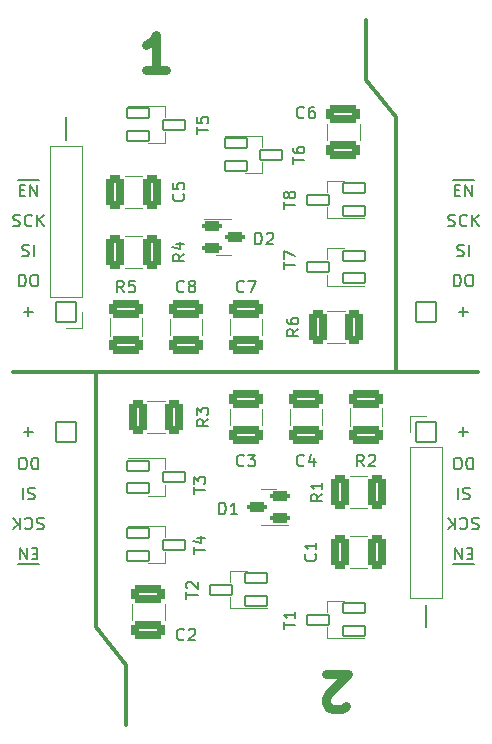
<source format=gto>
G04 #@! TF.GenerationSoftware,KiCad,Pcbnew,(7.0.0-55-gb63d0a3138)*
G04 #@! TF.CreationDate,2023-04-02T22:04:30+02:00*
G04 #@! TF.ProjectId,SPI2WS2812,53504932-5753-4323-9831-322e6b696361,rev?*
G04 #@! TF.SameCoordinates,Original*
G04 #@! TF.FileFunction,Legend,Top*
G04 #@! TF.FilePolarity,Positive*
%FSLAX46Y46*%
G04 Gerber Fmt 4.6, Leading zero omitted, Abs format (unit mm)*
G04 Created by KiCad (PCBNEW (7.0.0-55-gb63d0a3138)) date 2023-04-02 22:04:30*
%MOMM*%
%LPD*%
G01*
G04 APERTURE LIST*
G04 Aperture macros list*
%AMRoundRect*
0 Rectangle with rounded corners*
0 $1 Rounding radius*
0 $2 $3 $4 $5 $6 $7 $8 $9 X,Y pos of 4 corners*
0 Add a 4 corners polygon primitive as box body*
4,1,4,$2,$3,$4,$5,$6,$7,$8,$9,$2,$3,0*
0 Add four circle primitives for the rounded corners*
1,1,$1+$1,$2,$3*
1,1,$1+$1,$4,$5*
1,1,$1+$1,$6,$7*
1,1,$1+$1,$8,$9*
0 Add four rect primitives between the rounded corners*
20,1,$1+$1,$2,$3,$4,$5,0*
20,1,$1+$1,$4,$5,$6,$7,0*
20,1,$1+$1,$6,$7,$8,$9,0*
20,1,$1+$1,$8,$9,$2,$3,0*%
G04 Aperture macros list end*
%ADD10C,0.300000*%
%ADD11C,0.150000*%
%ADD12C,0.750000*%
%ADD13C,0.120000*%
%ADD14RoundRect,0.100000X-0.950000X-0.400000X0.950000X-0.400000X0.950000X0.400000X-0.950000X0.400000X0*%
%ADD15RoundRect,0.350000X-1.075000X0.400000X-1.075000X-0.400000X1.075000X-0.400000X1.075000X0.400000X0*%
%ADD16RoundRect,0.100000X0.950000X0.400000X-0.950000X0.400000X-0.950000X-0.400000X0.950000X-0.400000X0*%
%ADD17RoundRect,0.100000X0.850000X0.850000X-0.850000X0.850000X-0.850000X-0.850000X0.850000X-0.850000X0*%
%ADD18O,1.900000X1.900000*%
%ADD19RoundRect,0.350000X0.412500X1.100000X-0.412500X1.100000X-0.412500X-1.100000X0.412500X-1.100000X0*%
%ADD20RoundRect,0.250000X0.587500X0.150000X-0.587500X0.150000X-0.587500X-0.150000X0.587500X-0.150000X0*%
%ADD21C,1.000000*%
%ADD22C,6.600000*%
%ADD23RoundRect,0.350000X1.075000X-0.400000X1.075000X0.400000X-1.075000X0.400000X-1.075000X-0.400000X0*%
%ADD24RoundRect,0.350000X-0.400000X-1.075000X0.400000X-1.075000X0.400000X1.075000X-0.400000X1.075000X0*%
%ADD25RoundRect,0.350000X-1.100000X0.412500X-1.100000X-0.412500X1.100000X-0.412500X1.100000X0.412500X0*%
%ADD26RoundRect,0.350000X0.400000X1.075000X-0.400000X1.075000X-0.400000X-1.075000X0.400000X-1.075000X0*%
%ADD27RoundRect,0.250000X-0.587500X-0.150000X0.587500X-0.150000X0.587500X0.150000X-0.587500X0.150000X0*%
%ADD28RoundRect,0.350000X1.100000X-0.412500X1.100000X0.412500X-1.100000X0.412500X-1.100000X-0.412500X0*%
%ADD29RoundRect,0.350000X-0.412500X-1.100000X0.412500X-1.100000X0.412500X1.100000X-0.412500X1.100000X0*%
%ADD30RoundRect,0.100000X-0.850000X-0.850000X0.850000X-0.850000X0.850000X0.850000X-0.850000X0.850000X0*%
G04 APERTURE END LIST*
D10*
X91440000Y-86360000D02*
X91440000Y-107950000D01*
X93980000Y-111125000D02*
X91440000Y-107950000D01*
X114300000Y-61595000D02*
X114300000Y-56515000D01*
D11*
X88900000Y-64770000D02*
X88900000Y-66675000D01*
D10*
X116840002Y-64770001D02*
X114299999Y-61595001D01*
D11*
X119380000Y-106045000D02*
X119380000Y-107950000D01*
D10*
X93980000Y-116205000D02*
X93980000Y-111125000D01*
X84455000Y-86360000D02*
X123825000Y-86360000D01*
X116840000Y-86360000D02*
X116840000Y-64770000D01*
D11*
X122174048Y-81266428D02*
X122935953Y-81266428D01*
X122555000Y-81647380D02*
X122555000Y-80885476D01*
X84986905Y-70963571D02*
X85320238Y-70963571D01*
X85463095Y-71487380D02*
X84986905Y-71487380D01*
X84986905Y-71487380D02*
X84986905Y-70487380D01*
X84986905Y-70487380D02*
X85463095Y-70487380D01*
X85891667Y-71487380D02*
X85891667Y-70487380D01*
X85891667Y-70487380D02*
X86463095Y-71487380D01*
X86463095Y-71487380D02*
X86463095Y-70487380D01*
X84848810Y-70135000D02*
X86601191Y-70135000D01*
X85344048Y-91426428D02*
X86105953Y-91426428D01*
X85725000Y-91807380D02*
X85725000Y-91045476D01*
X86248808Y-96200238D02*
X86105951Y-96152619D01*
X86105951Y-96152619D02*
X85867856Y-96152619D01*
X85867856Y-96152619D02*
X85772618Y-96200238D01*
X85772618Y-96200238D02*
X85724999Y-96247857D01*
X85724999Y-96247857D02*
X85677380Y-96343095D01*
X85677380Y-96343095D02*
X85677380Y-96438333D01*
X85677380Y-96438333D02*
X85724999Y-96533571D01*
X85724999Y-96533571D02*
X85772618Y-96581190D01*
X85772618Y-96581190D02*
X85867856Y-96628809D01*
X85867856Y-96628809D02*
X86058332Y-96676428D01*
X86058332Y-96676428D02*
X86153570Y-96724047D01*
X86153570Y-96724047D02*
X86201189Y-96771666D01*
X86201189Y-96771666D02*
X86248808Y-96866904D01*
X86248808Y-96866904D02*
X86248808Y-96962142D01*
X86248808Y-96962142D02*
X86201189Y-97057380D01*
X86201189Y-97057380D02*
X86153570Y-97105000D01*
X86153570Y-97105000D02*
X86058332Y-97152619D01*
X86058332Y-97152619D02*
X85820237Y-97152619D01*
X85820237Y-97152619D02*
X85677380Y-97105000D01*
X85248808Y-96152619D02*
X85248808Y-97152619D01*
X84939286Y-79107380D02*
X84939286Y-78107380D01*
X84939286Y-78107380D02*
X85177381Y-78107380D01*
X85177381Y-78107380D02*
X85320238Y-78155000D01*
X85320238Y-78155000D02*
X85415476Y-78250238D01*
X85415476Y-78250238D02*
X85463095Y-78345476D01*
X85463095Y-78345476D02*
X85510714Y-78535952D01*
X85510714Y-78535952D02*
X85510714Y-78678809D01*
X85510714Y-78678809D02*
X85463095Y-78869285D01*
X85463095Y-78869285D02*
X85415476Y-78964523D01*
X85415476Y-78964523D02*
X85320238Y-79059761D01*
X85320238Y-79059761D02*
X85177381Y-79107380D01*
X85177381Y-79107380D02*
X84939286Y-79107380D01*
X86129762Y-78107380D02*
X86320238Y-78107380D01*
X86320238Y-78107380D02*
X86415476Y-78155000D01*
X86415476Y-78155000D02*
X86510714Y-78250238D01*
X86510714Y-78250238D02*
X86558333Y-78440714D01*
X86558333Y-78440714D02*
X86558333Y-78774047D01*
X86558333Y-78774047D02*
X86510714Y-78964523D01*
X86510714Y-78964523D02*
X86415476Y-79059761D01*
X86415476Y-79059761D02*
X86320238Y-79107380D01*
X86320238Y-79107380D02*
X86129762Y-79107380D01*
X86129762Y-79107380D02*
X86034524Y-79059761D01*
X86034524Y-79059761D02*
X85939286Y-78964523D01*
X85939286Y-78964523D02*
X85891667Y-78774047D01*
X85891667Y-78774047D02*
X85891667Y-78440714D01*
X85891667Y-78440714D02*
X85939286Y-78250238D01*
X85939286Y-78250238D02*
X86034524Y-78155000D01*
X86034524Y-78155000D02*
X86129762Y-78107380D01*
X86463094Y-101756428D02*
X86129761Y-101756428D01*
X85986904Y-101232619D02*
X86463094Y-101232619D01*
X86463094Y-101232619D02*
X86463094Y-102232619D01*
X86463094Y-102232619D02*
X85986904Y-102232619D01*
X85558332Y-101232619D02*
X85558332Y-102232619D01*
X85558332Y-102232619D02*
X84986904Y-101232619D01*
X84986904Y-101232619D02*
X84986904Y-102232619D01*
X86601190Y-102585000D02*
X84848809Y-102585000D01*
X122174048Y-91426428D02*
X122935953Y-91426428D01*
X122555000Y-91807380D02*
X122555000Y-91045476D01*
X121269286Y-73979761D02*
X121412143Y-74027380D01*
X121412143Y-74027380D02*
X121650238Y-74027380D01*
X121650238Y-74027380D02*
X121745476Y-73979761D01*
X121745476Y-73979761D02*
X121793095Y-73932142D01*
X121793095Y-73932142D02*
X121840714Y-73836904D01*
X121840714Y-73836904D02*
X121840714Y-73741666D01*
X121840714Y-73741666D02*
X121793095Y-73646428D01*
X121793095Y-73646428D02*
X121745476Y-73598809D01*
X121745476Y-73598809D02*
X121650238Y-73551190D01*
X121650238Y-73551190D02*
X121459762Y-73503571D01*
X121459762Y-73503571D02*
X121364524Y-73455952D01*
X121364524Y-73455952D02*
X121316905Y-73408333D01*
X121316905Y-73408333D02*
X121269286Y-73313095D01*
X121269286Y-73313095D02*
X121269286Y-73217857D01*
X121269286Y-73217857D02*
X121316905Y-73122619D01*
X121316905Y-73122619D02*
X121364524Y-73075000D01*
X121364524Y-73075000D02*
X121459762Y-73027380D01*
X121459762Y-73027380D02*
X121697857Y-73027380D01*
X121697857Y-73027380D02*
X121840714Y-73075000D01*
X122840714Y-73932142D02*
X122793095Y-73979761D01*
X122793095Y-73979761D02*
X122650238Y-74027380D01*
X122650238Y-74027380D02*
X122555000Y-74027380D01*
X122555000Y-74027380D02*
X122412143Y-73979761D01*
X122412143Y-73979761D02*
X122316905Y-73884523D01*
X122316905Y-73884523D02*
X122269286Y-73789285D01*
X122269286Y-73789285D02*
X122221667Y-73598809D01*
X122221667Y-73598809D02*
X122221667Y-73455952D01*
X122221667Y-73455952D02*
X122269286Y-73265476D01*
X122269286Y-73265476D02*
X122316905Y-73170238D01*
X122316905Y-73170238D02*
X122412143Y-73075000D01*
X122412143Y-73075000D02*
X122555000Y-73027380D01*
X122555000Y-73027380D02*
X122650238Y-73027380D01*
X122650238Y-73027380D02*
X122793095Y-73075000D01*
X122793095Y-73075000D02*
X122840714Y-73122619D01*
X123269286Y-74027380D02*
X123269286Y-73027380D01*
X123840714Y-74027380D02*
X123412143Y-73455952D01*
X123840714Y-73027380D02*
X123269286Y-73598809D01*
X121816905Y-70963571D02*
X122150238Y-70963571D01*
X122293095Y-71487380D02*
X121816905Y-71487380D01*
X121816905Y-71487380D02*
X121816905Y-70487380D01*
X121816905Y-70487380D02*
X122293095Y-70487380D01*
X122721667Y-71487380D02*
X122721667Y-70487380D01*
X122721667Y-70487380D02*
X123293095Y-71487380D01*
X123293095Y-71487380D02*
X123293095Y-70487380D01*
X121678810Y-70135000D02*
X123431191Y-70135000D01*
X123340713Y-93612619D02*
X123340713Y-94612619D01*
X123340713Y-94612619D02*
X123102618Y-94612619D01*
X123102618Y-94612619D02*
X122959761Y-94565000D01*
X122959761Y-94565000D02*
X122864523Y-94469761D01*
X122864523Y-94469761D02*
X122816904Y-94374523D01*
X122816904Y-94374523D02*
X122769285Y-94184047D01*
X122769285Y-94184047D02*
X122769285Y-94041190D01*
X122769285Y-94041190D02*
X122816904Y-93850714D01*
X122816904Y-93850714D02*
X122864523Y-93755476D01*
X122864523Y-93755476D02*
X122959761Y-93660238D01*
X122959761Y-93660238D02*
X123102618Y-93612619D01*
X123102618Y-93612619D02*
X123340713Y-93612619D01*
X122150237Y-94612619D02*
X121959761Y-94612619D01*
X121959761Y-94612619D02*
X121864523Y-94565000D01*
X121864523Y-94565000D02*
X121769285Y-94469761D01*
X121769285Y-94469761D02*
X121721666Y-94279285D01*
X121721666Y-94279285D02*
X121721666Y-93945952D01*
X121721666Y-93945952D02*
X121769285Y-93755476D01*
X121769285Y-93755476D02*
X121864523Y-93660238D01*
X121864523Y-93660238D02*
X121959761Y-93612619D01*
X121959761Y-93612619D02*
X122150237Y-93612619D01*
X122150237Y-93612619D02*
X122245475Y-93660238D01*
X122245475Y-93660238D02*
X122340713Y-93755476D01*
X122340713Y-93755476D02*
X122388332Y-93945952D01*
X122388332Y-93945952D02*
X122388332Y-94279285D01*
X122388332Y-94279285D02*
X122340713Y-94469761D01*
X122340713Y-94469761D02*
X122245475Y-94565000D01*
X122245475Y-94565000D02*
X122150237Y-94612619D01*
X85344048Y-81266428D02*
X86105953Y-81266428D01*
X85725000Y-81647380D02*
X85725000Y-80885476D01*
X123840713Y-98740238D02*
X123697856Y-98692619D01*
X123697856Y-98692619D02*
X123459761Y-98692619D01*
X123459761Y-98692619D02*
X123364523Y-98740238D01*
X123364523Y-98740238D02*
X123316904Y-98787857D01*
X123316904Y-98787857D02*
X123269285Y-98883095D01*
X123269285Y-98883095D02*
X123269285Y-98978333D01*
X123269285Y-98978333D02*
X123316904Y-99073571D01*
X123316904Y-99073571D02*
X123364523Y-99121190D01*
X123364523Y-99121190D02*
X123459761Y-99168809D01*
X123459761Y-99168809D02*
X123650237Y-99216428D01*
X123650237Y-99216428D02*
X123745475Y-99264047D01*
X123745475Y-99264047D02*
X123793094Y-99311666D01*
X123793094Y-99311666D02*
X123840713Y-99406904D01*
X123840713Y-99406904D02*
X123840713Y-99502142D01*
X123840713Y-99502142D02*
X123793094Y-99597380D01*
X123793094Y-99597380D02*
X123745475Y-99645000D01*
X123745475Y-99645000D02*
X123650237Y-99692619D01*
X123650237Y-99692619D02*
X123412142Y-99692619D01*
X123412142Y-99692619D02*
X123269285Y-99645000D01*
X122269285Y-98787857D02*
X122316904Y-98740238D01*
X122316904Y-98740238D02*
X122459761Y-98692619D01*
X122459761Y-98692619D02*
X122554999Y-98692619D01*
X122554999Y-98692619D02*
X122697856Y-98740238D01*
X122697856Y-98740238D02*
X122793094Y-98835476D01*
X122793094Y-98835476D02*
X122840713Y-98930714D01*
X122840713Y-98930714D02*
X122888332Y-99121190D01*
X122888332Y-99121190D02*
X122888332Y-99264047D01*
X122888332Y-99264047D02*
X122840713Y-99454523D01*
X122840713Y-99454523D02*
X122793094Y-99549761D01*
X122793094Y-99549761D02*
X122697856Y-99645000D01*
X122697856Y-99645000D02*
X122554999Y-99692619D01*
X122554999Y-99692619D02*
X122459761Y-99692619D01*
X122459761Y-99692619D02*
X122316904Y-99645000D01*
X122316904Y-99645000D02*
X122269285Y-99597380D01*
X121840713Y-98692619D02*
X121840713Y-99692619D01*
X121269285Y-98692619D02*
X121697856Y-99264047D01*
X121269285Y-99692619D02*
X121840713Y-99121190D01*
X87010713Y-98740238D02*
X86867856Y-98692619D01*
X86867856Y-98692619D02*
X86629761Y-98692619D01*
X86629761Y-98692619D02*
X86534523Y-98740238D01*
X86534523Y-98740238D02*
X86486904Y-98787857D01*
X86486904Y-98787857D02*
X86439285Y-98883095D01*
X86439285Y-98883095D02*
X86439285Y-98978333D01*
X86439285Y-98978333D02*
X86486904Y-99073571D01*
X86486904Y-99073571D02*
X86534523Y-99121190D01*
X86534523Y-99121190D02*
X86629761Y-99168809D01*
X86629761Y-99168809D02*
X86820237Y-99216428D01*
X86820237Y-99216428D02*
X86915475Y-99264047D01*
X86915475Y-99264047D02*
X86963094Y-99311666D01*
X86963094Y-99311666D02*
X87010713Y-99406904D01*
X87010713Y-99406904D02*
X87010713Y-99502142D01*
X87010713Y-99502142D02*
X86963094Y-99597380D01*
X86963094Y-99597380D02*
X86915475Y-99645000D01*
X86915475Y-99645000D02*
X86820237Y-99692619D01*
X86820237Y-99692619D02*
X86582142Y-99692619D01*
X86582142Y-99692619D02*
X86439285Y-99645000D01*
X85439285Y-98787857D02*
X85486904Y-98740238D01*
X85486904Y-98740238D02*
X85629761Y-98692619D01*
X85629761Y-98692619D02*
X85724999Y-98692619D01*
X85724999Y-98692619D02*
X85867856Y-98740238D01*
X85867856Y-98740238D02*
X85963094Y-98835476D01*
X85963094Y-98835476D02*
X86010713Y-98930714D01*
X86010713Y-98930714D02*
X86058332Y-99121190D01*
X86058332Y-99121190D02*
X86058332Y-99264047D01*
X86058332Y-99264047D02*
X86010713Y-99454523D01*
X86010713Y-99454523D02*
X85963094Y-99549761D01*
X85963094Y-99549761D02*
X85867856Y-99645000D01*
X85867856Y-99645000D02*
X85724999Y-99692619D01*
X85724999Y-99692619D02*
X85629761Y-99692619D01*
X85629761Y-99692619D02*
X85486904Y-99645000D01*
X85486904Y-99645000D02*
X85439285Y-99597380D01*
X85010713Y-98692619D02*
X85010713Y-99692619D01*
X84439285Y-98692619D02*
X84867856Y-99264047D01*
X84439285Y-99692619D02*
X85010713Y-99121190D01*
X85201191Y-76519761D02*
X85344048Y-76567380D01*
X85344048Y-76567380D02*
X85582143Y-76567380D01*
X85582143Y-76567380D02*
X85677381Y-76519761D01*
X85677381Y-76519761D02*
X85725000Y-76472142D01*
X85725000Y-76472142D02*
X85772619Y-76376904D01*
X85772619Y-76376904D02*
X85772619Y-76281666D01*
X85772619Y-76281666D02*
X85725000Y-76186428D01*
X85725000Y-76186428D02*
X85677381Y-76138809D01*
X85677381Y-76138809D02*
X85582143Y-76091190D01*
X85582143Y-76091190D02*
X85391667Y-76043571D01*
X85391667Y-76043571D02*
X85296429Y-75995952D01*
X85296429Y-75995952D02*
X85248810Y-75948333D01*
X85248810Y-75948333D02*
X85201191Y-75853095D01*
X85201191Y-75853095D02*
X85201191Y-75757857D01*
X85201191Y-75757857D02*
X85248810Y-75662619D01*
X85248810Y-75662619D02*
X85296429Y-75615000D01*
X85296429Y-75615000D02*
X85391667Y-75567380D01*
X85391667Y-75567380D02*
X85629762Y-75567380D01*
X85629762Y-75567380D02*
X85772619Y-75615000D01*
X86201191Y-76567380D02*
X86201191Y-75567380D01*
X123293094Y-101756428D02*
X122959761Y-101756428D01*
X122816904Y-101232619D02*
X123293094Y-101232619D01*
X123293094Y-101232619D02*
X123293094Y-102232619D01*
X123293094Y-102232619D02*
X122816904Y-102232619D01*
X122388332Y-101232619D02*
X122388332Y-102232619D01*
X122388332Y-102232619D02*
X121816904Y-101232619D01*
X121816904Y-101232619D02*
X121816904Y-102232619D01*
X123431190Y-102585000D02*
X121678809Y-102585000D01*
X123078808Y-96200238D02*
X122935951Y-96152619D01*
X122935951Y-96152619D02*
X122697856Y-96152619D01*
X122697856Y-96152619D02*
X122602618Y-96200238D01*
X122602618Y-96200238D02*
X122554999Y-96247857D01*
X122554999Y-96247857D02*
X122507380Y-96343095D01*
X122507380Y-96343095D02*
X122507380Y-96438333D01*
X122507380Y-96438333D02*
X122554999Y-96533571D01*
X122554999Y-96533571D02*
X122602618Y-96581190D01*
X122602618Y-96581190D02*
X122697856Y-96628809D01*
X122697856Y-96628809D02*
X122888332Y-96676428D01*
X122888332Y-96676428D02*
X122983570Y-96724047D01*
X122983570Y-96724047D02*
X123031189Y-96771666D01*
X123031189Y-96771666D02*
X123078808Y-96866904D01*
X123078808Y-96866904D02*
X123078808Y-96962142D01*
X123078808Y-96962142D02*
X123031189Y-97057380D01*
X123031189Y-97057380D02*
X122983570Y-97105000D01*
X122983570Y-97105000D02*
X122888332Y-97152619D01*
X122888332Y-97152619D02*
X122650237Y-97152619D01*
X122650237Y-97152619D02*
X122507380Y-97105000D01*
X122078808Y-96152619D02*
X122078808Y-97152619D01*
X84439286Y-73979761D02*
X84582143Y-74027380D01*
X84582143Y-74027380D02*
X84820238Y-74027380D01*
X84820238Y-74027380D02*
X84915476Y-73979761D01*
X84915476Y-73979761D02*
X84963095Y-73932142D01*
X84963095Y-73932142D02*
X85010714Y-73836904D01*
X85010714Y-73836904D02*
X85010714Y-73741666D01*
X85010714Y-73741666D02*
X84963095Y-73646428D01*
X84963095Y-73646428D02*
X84915476Y-73598809D01*
X84915476Y-73598809D02*
X84820238Y-73551190D01*
X84820238Y-73551190D02*
X84629762Y-73503571D01*
X84629762Y-73503571D02*
X84534524Y-73455952D01*
X84534524Y-73455952D02*
X84486905Y-73408333D01*
X84486905Y-73408333D02*
X84439286Y-73313095D01*
X84439286Y-73313095D02*
X84439286Y-73217857D01*
X84439286Y-73217857D02*
X84486905Y-73122619D01*
X84486905Y-73122619D02*
X84534524Y-73075000D01*
X84534524Y-73075000D02*
X84629762Y-73027380D01*
X84629762Y-73027380D02*
X84867857Y-73027380D01*
X84867857Y-73027380D02*
X85010714Y-73075000D01*
X86010714Y-73932142D02*
X85963095Y-73979761D01*
X85963095Y-73979761D02*
X85820238Y-74027380D01*
X85820238Y-74027380D02*
X85725000Y-74027380D01*
X85725000Y-74027380D02*
X85582143Y-73979761D01*
X85582143Y-73979761D02*
X85486905Y-73884523D01*
X85486905Y-73884523D02*
X85439286Y-73789285D01*
X85439286Y-73789285D02*
X85391667Y-73598809D01*
X85391667Y-73598809D02*
X85391667Y-73455952D01*
X85391667Y-73455952D02*
X85439286Y-73265476D01*
X85439286Y-73265476D02*
X85486905Y-73170238D01*
X85486905Y-73170238D02*
X85582143Y-73075000D01*
X85582143Y-73075000D02*
X85725000Y-73027380D01*
X85725000Y-73027380D02*
X85820238Y-73027380D01*
X85820238Y-73027380D02*
X85963095Y-73075000D01*
X85963095Y-73075000D02*
X86010714Y-73122619D01*
X86439286Y-74027380D02*
X86439286Y-73027380D01*
X87010714Y-74027380D02*
X86582143Y-73455952D01*
X87010714Y-73027380D02*
X86439286Y-73598809D01*
D12*
X97377143Y-60792142D02*
X95662857Y-60792142D01*
X96520000Y-60792142D02*
X96520000Y-57792142D01*
X96520000Y-57792142D02*
X96234286Y-58220714D01*
X96234286Y-58220714D02*
X95948571Y-58506428D01*
X95948571Y-58506428D02*
X95662857Y-58649285D01*
D11*
X121769286Y-79107380D02*
X121769286Y-78107380D01*
X121769286Y-78107380D02*
X122007381Y-78107380D01*
X122007381Y-78107380D02*
X122150238Y-78155000D01*
X122150238Y-78155000D02*
X122245476Y-78250238D01*
X122245476Y-78250238D02*
X122293095Y-78345476D01*
X122293095Y-78345476D02*
X122340714Y-78535952D01*
X122340714Y-78535952D02*
X122340714Y-78678809D01*
X122340714Y-78678809D02*
X122293095Y-78869285D01*
X122293095Y-78869285D02*
X122245476Y-78964523D01*
X122245476Y-78964523D02*
X122150238Y-79059761D01*
X122150238Y-79059761D02*
X122007381Y-79107380D01*
X122007381Y-79107380D02*
X121769286Y-79107380D01*
X122959762Y-78107380D02*
X123150238Y-78107380D01*
X123150238Y-78107380D02*
X123245476Y-78155000D01*
X123245476Y-78155000D02*
X123340714Y-78250238D01*
X123340714Y-78250238D02*
X123388333Y-78440714D01*
X123388333Y-78440714D02*
X123388333Y-78774047D01*
X123388333Y-78774047D02*
X123340714Y-78964523D01*
X123340714Y-78964523D02*
X123245476Y-79059761D01*
X123245476Y-79059761D02*
X123150238Y-79107380D01*
X123150238Y-79107380D02*
X122959762Y-79107380D01*
X122959762Y-79107380D02*
X122864524Y-79059761D01*
X122864524Y-79059761D02*
X122769286Y-78964523D01*
X122769286Y-78964523D02*
X122721667Y-78774047D01*
X122721667Y-78774047D02*
X122721667Y-78440714D01*
X122721667Y-78440714D02*
X122769286Y-78250238D01*
X122769286Y-78250238D02*
X122864524Y-78155000D01*
X122864524Y-78155000D02*
X122959762Y-78107380D01*
X122031191Y-76519761D02*
X122174048Y-76567380D01*
X122174048Y-76567380D02*
X122412143Y-76567380D01*
X122412143Y-76567380D02*
X122507381Y-76519761D01*
X122507381Y-76519761D02*
X122555000Y-76472142D01*
X122555000Y-76472142D02*
X122602619Y-76376904D01*
X122602619Y-76376904D02*
X122602619Y-76281666D01*
X122602619Y-76281666D02*
X122555000Y-76186428D01*
X122555000Y-76186428D02*
X122507381Y-76138809D01*
X122507381Y-76138809D02*
X122412143Y-76091190D01*
X122412143Y-76091190D02*
X122221667Y-76043571D01*
X122221667Y-76043571D02*
X122126429Y-75995952D01*
X122126429Y-75995952D02*
X122078810Y-75948333D01*
X122078810Y-75948333D02*
X122031191Y-75853095D01*
X122031191Y-75853095D02*
X122031191Y-75757857D01*
X122031191Y-75757857D02*
X122078810Y-75662619D01*
X122078810Y-75662619D02*
X122126429Y-75615000D01*
X122126429Y-75615000D02*
X122221667Y-75567380D01*
X122221667Y-75567380D02*
X122459762Y-75567380D01*
X122459762Y-75567380D02*
X122602619Y-75615000D01*
X123031191Y-76567380D02*
X123031191Y-75567380D01*
X86510713Y-93612619D02*
X86510713Y-94612619D01*
X86510713Y-94612619D02*
X86272618Y-94612619D01*
X86272618Y-94612619D02*
X86129761Y-94565000D01*
X86129761Y-94565000D02*
X86034523Y-94469761D01*
X86034523Y-94469761D02*
X85986904Y-94374523D01*
X85986904Y-94374523D02*
X85939285Y-94184047D01*
X85939285Y-94184047D02*
X85939285Y-94041190D01*
X85939285Y-94041190D02*
X85986904Y-93850714D01*
X85986904Y-93850714D02*
X86034523Y-93755476D01*
X86034523Y-93755476D02*
X86129761Y-93660238D01*
X86129761Y-93660238D02*
X86272618Y-93612619D01*
X86272618Y-93612619D02*
X86510713Y-93612619D01*
X85320237Y-94612619D02*
X85129761Y-94612619D01*
X85129761Y-94612619D02*
X85034523Y-94565000D01*
X85034523Y-94565000D02*
X84939285Y-94469761D01*
X84939285Y-94469761D02*
X84891666Y-94279285D01*
X84891666Y-94279285D02*
X84891666Y-93945952D01*
X84891666Y-93945952D02*
X84939285Y-93755476D01*
X84939285Y-93755476D02*
X85034523Y-93660238D01*
X85034523Y-93660238D02*
X85129761Y-93612619D01*
X85129761Y-93612619D02*
X85320237Y-93612619D01*
X85320237Y-93612619D02*
X85415475Y-93660238D01*
X85415475Y-93660238D02*
X85510713Y-93755476D01*
X85510713Y-93755476D02*
X85558332Y-93945952D01*
X85558332Y-93945952D02*
X85558332Y-94279285D01*
X85558332Y-94279285D02*
X85510713Y-94469761D01*
X85510713Y-94469761D02*
X85415475Y-94565000D01*
X85415475Y-94565000D02*
X85320237Y-94612619D01*
D12*
X112617142Y-114642142D02*
X112474285Y-114785000D01*
X112474285Y-114785000D02*
X112188571Y-114927857D01*
X112188571Y-114927857D02*
X111474285Y-114927857D01*
X111474285Y-114927857D02*
X111188571Y-114785000D01*
X111188571Y-114785000D02*
X111045713Y-114642142D01*
X111045713Y-114642142D02*
X110902856Y-114356428D01*
X110902856Y-114356428D02*
X110902856Y-114070714D01*
X110902856Y-114070714D02*
X111045713Y-113642142D01*
X111045713Y-113642142D02*
X112759999Y-111927857D01*
X112759999Y-111927857D02*
X110902856Y-111927857D01*
D11*
X99697380Y-96646904D02*
X99697380Y-96075476D01*
X100697380Y-96361190D02*
X99697380Y-96361190D01*
X99697380Y-95837380D02*
X99697380Y-95218333D01*
X99697380Y-95218333D02*
X100078333Y-95551666D01*
X100078333Y-95551666D02*
X100078333Y-95408809D01*
X100078333Y-95408809D02*
X100125952Y-95313571D01*
X100125952Y-95313571D02*
X100173571Y-95265952D01*
X100173571Y-95265952D02*
X100268809Y-95218333D01*
X100268809Y-95218333D02*
X100506904Y-95218333D01*
X100506904Y-95218333D02*
X100602142Y-95265952D01*
X100602142Y-95265952D02*
X100649761Y-95313571D01*
X100649761Y-95313571D02*
X100697380Y-95408809D01*
X100697380Y-95408809D02*
X100697380Y-95694523D01*
X100697380Y-95694523D02*
X100649761Y-95789761D01*
X100649761Y-95789761D02*
X100602142Y-95837380D01*
X93813333Y-79615380D02*
X93480000Y-79139190D01*
X93241905Y-79615380D02*
X93241905Y-78615380D01*
X93241905Y-78615380D02*
X93622857Y-78615380D01*
X93622857Y-78615380D02*
X93718095Y-78663000D01*
X93718095Y-78663000D02*
X93765714Y-78710619D01*
X93765714Y-78710619D02*
X93813333Y-78805857D01*
X93813333Y-78805857D02*
X93813333Y-78948714D01*
X93813333Y-78948714D02*
X93765714Y-79043952D01*
X93765714Y-79043952D02*
X93718095Y-79091571D01*
X93718095Y-79091571D02*
X93622857Y-79139190D01*
X93622857Y-79139190D02*
X93241905Y-79139190D01*
X94718095Y-78615380D02*
X94241905Y-78615380D01*
X94241905Y-78615380D02*
X94194286Y-79091571D01*
X94194286Y-79091571D02*
X94241905Y-79043952D01*
X94241905Y-79043952D02*
X94337143Y-78996333D01*
X94337143Y-78996333D02*
X94575238Y-78996333D01*
X94575238Y-78996333D02*
X94670476Y-79043952D01*
X94670476Y-79043952D02*
X94718095Y-79091571D01*
X94718095Y-79091571D02*
X94765714Y-79186809D01*
X94765714Y-79186809D02*
X94765714Y-79424904D01*
X94765714Y-79424904D02*
X94718095Y-79520142D01*
X94718095Y-79520142D02*
X94670476Y-79567761D01*
X94670476Y-79567761D02*
X94575238Y-79615380D01*
X94575238Y-79615380D02*
X94337143Y-79615380D01*
X94337143Y-79615380D02*
X94241905Y-79567761D01*
X94241905Y-79567761D02*
X94194286Y-79520142D01*
X99062380Y-105536904D02*
X99062380Y-104965476D01*
X100062380Y-105251190D02*
X99062380Y-105251190D01*
X99157619Y-104679761D02*
X99110000Y-104632142D01*
X99110000Y-104632142D02*
X99062380Y-104536904D01*
X99062380Y-104536904D02*
X99062380Y-104298809D01*
X99062380Y-104298809D02*
X99110000Y-104203571D01*
X99110000Y-104203571D02*
X99157619Y-104155952D01*
X99157619Y-104155952D02*
X99252857Y-104108333D01*
X99252857Y-104108333D02*
X99348095Y-104108333D01*
X99348095Y-104108333D02*
X99490952Y-104155952D01*
X99490952Y-104155952D02*
X100062380Y-104727380D01*
X100062380Y-104727380D02*
X100062380Y-104108333D01*
X110000142Y-101766666D02*
X110047761Y-101814285D01*
X110047761Y-101814285D02*
X110095380Y-101957142D01*
X110095380Y-101957142D02*
X110095380Y-102052380D01*
X110095380Y-102052380D02*
X110047761Y-102195237D01*
X110047761Y-102195237D02*
X109952523Y-102290475D01*
X109952523Y-102290475D02*
X109857285Y-102338094D01*
X109857285Y-102338094D02*
X109666809Y-102385713D01*
X109666809Y-102385713D02*
X109523952Y-102385713D01*
X109523952Y-102385713D02*
X109333476Y-102338094D01*
X109333476Y-102338094D02*
X109238238Y-102290475D01*
X109238238Y-102290475D02*
X109143000Y-102195237D01*
X109143000Y-102195237D02*
X109095380Y-102052380D01*
X109095380Y-102052380D02*
X109095380Y-101957142D01*
X109095380Y-101957142D02*
X109143000Y-101814285D01*
X109143000Y-101814285D02*
X109190619Y-101766666D01*
X110095380Y-100814285D02*
X110095380Y-101385713D01*
X110095380Y-101099999D02*
X109095380Y-101099999D01*
X109095380Y-101099999D02*
X109238238Y-101195237D01*
X109238238Y-101195237D02*
X109333476Y-101290475D01*
X109333476Y-101290475D02*
X109381095Y-101385713D01*
X107317380Y-77596904D02*
X107317380Y-77025476D01*
X108317380Y-77311190D02*
X107317380Y-77311190D01*
X107317380Y-76787380D02*
X107317380Y-76120714D01*
X107317380Y-76120714D02*
X108317380Y-76549285D01*
X101877905Y-98411380D02*
X101877905Y-97411380D01*
X101877905Y-97411380D02*
X102116000Y-97411380D01*
X102116000Y-97411380D02*
X102258857Y-97459000D01*
X102258857Y-97459000D02*
X102354095Y-97554238D01*
X102354095Y-97554238D02*
X102401714Y-97649476D01*
X102401714Y-97649476D02*
X102449333Y-97839952D01*
X102449333Y-97839952D02*
X102449333Y-97982809D01*
X102449333Y-97982809D02*
X102401714Y-98173285D01*
X102401714Y-98173285D02*
X102354095Y-98268523D01*
X102354095Y-98268523D02*
X102258857Y-98363761D01*
X102258857Y-98363761D02*
X102116000Y-98411380D01*
X102116000Y-98411380D02*
X101877905Y-98411380D01*
X103401714Y-98411380D02*
X102830286Y-98411380D01*
X103116000Y-98411380D02*
X103116000Y-97411380D01*
X103116000Y-97411380D02*
X103020762Y-97554238D01*
X103020762Y-97554238D02*
X102925524Y-97649476D01*
X102925524Y-97649476D02*
X102830286Y-97697095D01*
X114133333Y-94347380D02*
X113800000Y-93871190D01*
X113561905Y-94347380D02*
X113561905Y-93347380D01*
X113561905Y-93347380D02*
X113942857Y-93347380D01*
X113942857Y-93347380D02*
X114038095Y-93395000D01*
X114038095Y-93395000D02*
X114085714Y-93442619D01*
X114085714Y-93442619D02*
X114133333Y-93537857D01*
X114133333Y-93537857D02*
X114133333Y-93680714D01*
X114133333Y-93680714D02*
X114085714Y-93775952D01*
X114085714Y-93775952D02*
X114038095Y-93823571D01*
X114038095Y-93823571D02*
X113942857Y-93871190D01*
X113942857Y-93871190D02*
X113561905Y-93871190D01*
X114514286Y-93442619D02*
X114561905Y-93395000D01*
X114561905Y-93395000D02*
X114657143Y-93347380D01*
X114657143Y-93347380D02*
X114895238Y-93347380D01*
X114895238Y-93347380D02*
X114990476Y-93395000D01*
X114990476Y-93395000D02*
X115038095Y-93442619D01*
X115038095Y-93442619D02*
X115085714Y-93537857D01*
X115085714Y-93537857D02*
X115085714Y-93633095D01*
X115085714Y-93633095D02*
X115038095Y-93775952D01*
X115038095Y-93775952D02*
X114466667Y-94347380D01*
X114466667Y-94347380D02*
X115085714Y-94347380D01*
X107317380Y-108076904D02*
X107317380Y-107505476D01*
X108317380Y-107791190D02*
X107317380Y-107791190D01*
X108317380Y-106648333D02*
X108317380Y-107219761D01*
X108317380Y-106934047D02*
X107317380Y-106934047D01*
X107317380Y-106934047D02*
X107460238Y-107029285D01*
X107460238Y-107029285D02*
X107555476Y-107124523D01*
X107555476Y-107124523D02*
X107603095Y-107219761D01*
X98919380Y-76366666D02*
X98443190Y-76699999D01*
X98919380Y-76938094D02*
X97919380Y-76938094D01*
X97919380Y-76938094D02*
X97919380Y-76557142D01*
X97919380Y-76557142D02*
X97967000Y-76461904D01*
X97967000Y-76461904D02*
X98014619Y-76414285D01*
X98014619Y-76414285D02*
X98109857Y-76366666D01*
X98109857Y-76366666D02*
X98252714Y-76366666D01*
X98252714Y-76366666D02*
X98347952Y-76414285D01*
X98347952Y-76414285D02*
X98395571Y-76461904D01*
X98395571Y-76461904D02*
X98443190Y-76557142D01*
X98443190Y-76557142D02*
X98443190Y-76938094D01*
X98252714Y-75509523D02*
X98919380Y-75509523D01*
X97871761Y-75747618D02*
X98586047Y-75985713D01*
X98586047Y-75985713D02*
X98586047Y-75366666D01*
X103973333Y-94252142D02*
X103925714Y-94299761D01*
X103925714Y-94299761D02*
X103782857Y-94347380D01*
X103782857Y-94347380D02*
X103687619Y-94347380D01*
X103687619Y-94347380D02*
X103544762Y-94299761D01*
X103544762Y-94299761D02*
X103449524Y-94204523D01*
X103449524Y-94204523D02*
X103401905Y-94109285D01*
X103401905Y-94109285D02*
X103354286Y-93918809D01*
X103354286Y-93918809D02*
X103354286Y-93775952D01*
X103354286Y-93775952D02*
X103401905Y-93585476D01*
X103401905Y-93585476D02*
X103449524Y-93490238D01*
X103449524Y-93490238D02*
X103544762Y-93395000D01*
X103544762Y-93395000D02*
X103687619Y-93347380D01*
X103687619Y-93347380D02*
X103782857Y-93347380D01*
X103782857Y-93347380D02*
X103925714Y-93395000D01*
X103925714Y-93395000D02*
X103973333Y-93442619D01*
X104306667Y-93347380D02*
X104925714Y-93347380D01*
X104925714Y-93347380D02*
X104592381Y-93728333D01*
X104592381Y-93728333D02*
X104735238Y-93728333D01*
X104735238Y-93728333D02*
X104830476Y-93775952D01*
X104830476Y-93775952D02*
X104878095Y-93823571D01*
X104878095Y-93823571D02*
X104925714Y-93918809D01*
X104925714Y-93918809D02*
X104925714Y-94156904D01*
X104925714Y-94156904D02*
X104878095Y-94252142D01*
X104878095Y-94252142D02*
X104830476Y-94299761D01*
X104830476Y-94299761D02*
X104735238Y-94347380D01*
X104735238Y-94347380D02*
X104449524Y-94347380D01*
X104449524Y-94347380D02*
X104354286Y-94299761D01*
X104354286Y-94299761D02*
X104306667Y-94252142D01*
X108571380Y-82716666D02*
X108095190Y-83049999D01*
X108571380Y-83288094D02*
X107571380Y-83288094D01*
X107571380Y-83288094D02*
X107571380Y-82907142D01*
X107571380Y-82907142D02*
X107619000Y-82811904D01*
X107619000Y-82811904D02*
X107666619Y-82764285D01*
X107666619Y-82764285D02*
X107761857Y-82716666D01*
X107761857Y-82716666D02*
X107904714Y-82716666D01*
X107904714Y-82716666D02*
X107999952Y-82764285D01*
X107999952Y-82764285D02*
X108047571Y-82811904D01*
X108047571Y-82811904D02*
X108095190Y-82907142D01*
X108095190Y-82907142D02*
X108095190Y-83288094D01*
X107571380Y-81859523D02*
X107571380Y-82049999D01*
X107571380Y-82049999D02*
X107619000Y-82145237D01*
X107619000Y-82145237D02*
X107666619Y-82192856D01*
X107666619Y-82192856D02*
X107809476Y-82288094D01*
X107809476Y-82288094D02*
X107999952Y-82335713D01*
X107999952Y-82335713D02*
X108380904Y-82335713D01*
X108380904Y-82335713D02*
X108476142Y-82288094D01*
X108476142Y-82288094D02*
X108523761Y-82240475D01*
X108523761Y-82240475D02*
X108571380Y-82145237D01*
X108571380Y-82145237D02*
X108571380Y-81954761D01*
X108571380Y-81954761D02*
X108523761Y-81859523D01*
X108523761Y-81859523D02*
X108476142Y-81811904D01*
X108476142Y-81811904D02*
X108380904Y-81764285D01*
X108380904Y-81764285D02*
X108142809Y-81764285D01*
X108142809Y-81764285D02*
X108047571Y-81811904D01*
X108047571Y-81811904D02*
X107999952Y-81859523D01*
X107999952Y-81859523D02*
X107952333Y-81954761D01*
X107952333Y-81954761D02*
X107952333Y-82145237D01*
X107952333Y-82145237D02*
X107999952Y-82240475D01*
X107999952Y-82240475D02*
X108047571Y-82288094D01*
X108047571Y-82288094D02*
X108142809Y-82335713D01*
X109053333Y-64788142D02*
X109005714Y-64835761D01*
X109005714Y-64835761D02*
X108862857Y-64883380D01*
X108862857Y-64883380D02*
X108767619Y-64883380D01*
X108767619Y-64883380D02*
X108624762Y-64835761D01*
X108624762Y-64835761D02*
X108529524Y-64740523D01*
X108529524Y-64740523D02*
X108481905Y-64645285D01*
X108481905Y-64645285D02*
X108434286Y-64454809D01*
X108434286Y-64454809D02*
X108434286Y-64311952D01*
X108434286Y-64311952D02*
X108481905Y-64121476D01*
X108481905Y-64121476D02*
X108529524Y-64026238D01*
X108529524Y-64026238D02*
X108624762Y-63931000D01*
X108624762Y-63931000D02*
X108767619Y-63883380D01*
X108767619Y-63883380D02*
X108862857Y-63883380D01*
X108862857Y-63883380D02*
X109005714Y-63931000D01*
X109005714Y-63931000D02*
X109053333Y-63978619D01*
X109910476Y-63883380D02*
X109720000Y-63883380D01*
X109720000Y-63883380D02*
X109624762Y-63931000D01*
X109624762Y-63931000D02*
X109577143Y-63978619D01*
X109577143Y-63978619D02*
X109481905Y-64121476D01*
X109481905Y-64121476D02*
X109434286Y-64311952D01*
X109434286Y-64311952D02*
X109434286Y-64692904D01*
X109434286Y-64692904D02*
X109481905Y-64788142D01*
X109481905Y-64788142D02*
X109529524Y-64835761D01*
X109529524Y-64835761D02*
X109624762Y-64883380D01*
X109624762Y-64883380D02*
X109815238Y-64883380D01*
X109815238Y-64883380D02*
X109910476Y-64835761D01*
X109910476Y-64835761D02*
X109958095Y-64788142D01*
X109958095Y-64788142D02*
X110005714Y-64692904D01*
X110005714Y-64692904D02*
X110005714Y-64454809D01*
X110005714Y-64454809D02*
X109958095Y-64359571D01*
X109958095Y-64359571D02*
X109910476Y-64311952D01*
X109910476Y-64311952D02*
X109815238Y-64264333D01*
X109815238Y-64264333D02*
X109624762Y-64264333D01*
X109624762Y-64264333D02*
X109529524Y-64311952D01*
X109529524Y-64311952D02*
X109481905Y-64359571D01*
X109481905Y-64359571D02*
X109434286Y-64454809D01*
X100951380Y-90336666D02*
X100475190Y-90669999D01*
X100951380Y-90908094D02*
X99951380Y-90908094D01*
X99951380Y-90908094D02*
X99951380Y-90527142D01*
X99951380Y-90527142D02*
X99999000Y-90431904D01*
X99999000Y-90431904D02*
X100046619Y-90384285D01*
X100046619Y-90384285D02*
X100141857Y-90336666D01*
X100141857Y-90336666D02*
X100284714Y-90336666D01*
X100284714Y-90336666D02*
X100379952Y-90384285D01*
X100379952Y-90384285D02*
X100427571Y-90431904D01*
X100427571Y-90431904D02*
X100475190Y-90527142D01*
X100475190Y-90527142D02*
X100475190Y-90908094D01*
X99951380Y-90003332D02*
X99951380Y-89384285D01*
X99951380Y-89384285D02*
X100332333Y-89717618D01*
X100332333Y-89717618D02*
X100332333Y-89574761D01*
X100332333Y-89574761D02*
X100379952Y-89479523D01*
X100379952Y-89479523D02*
X100427571Y-89431904D01*
X100427571Y-89431904D02*
X100522809Y-89384285D01*
X100522809Y-89384285D02*
X100760904Y-89384285D01*
X100760904Y-89384285D02*
X100856142Y-89431904D01*
X100856142Y-89431904D02*
X100903761Y-89479523D01*
X100903761Y-89479523D02*
X100951380Y-89574761D01*
X100951380Y-89574761D02*
X100951380Y-89860475D01*
X100951380Y-89860475D02*
X100903761Y-89955713D01*
X100903761Y-89955713D02*
X100856142Y-90003332D01*
X104925905Y-75551380D02*
X104925905Y-74551380D01*
X104925905Y-74551380D02*
X105164000Y-74551380D01*
X105164000Y-74551380D02*
X105306857Y-74599000D01*
X105306857Y-74599000D02*
X105402095Y-74694238D01*
X105402095Y-74694238D02*
X105449714Y-74789476D01*
X105449714Y-74789476D02*
X105497333Y-74979952D01*
X105497333Y-74979952D02*
X105497333Y-75122809D01*
X105497333Y-75122809D02*
X105449714Y-75313285D01*
X105449714Y-75313285D02*
X105402095Y-75408523D01*
X105402095Y-75408523D02*
X105306857Y-75503761D01*
X105306857Y-75503761D02*
X105164000Y-75551380D01*
X105164000Y-75551380D02*
X104925905Y-75551380D01*
X105878286Y-74646619D02*
X105925905Y-74599000D01*
X105925905Y-74599000D02*
X106021143Y-74551380D01*
X106021143Y-74551380D02*
X106259238Y-74551380D01*
X106259238Y-74551380D02*
X106354476Y-74599000D01*
X106354476Y-74599000D02*
X106402095Y-74646619D01*
X106402095Y-74646619D02*
X106449714Y-74741857D01*
X106449714Y-74741857D02*
X106449714Y-74837095D01*
X106449714Y-74837095D02*
X106402095Y-74979952D01*
X106402095Y-74979952D02*
X105830667Y-75551380D01*
X105830667Y-75551380D02*
X106449714Y-75551380D01*
X98893333Y-79520142D02*
X98845714Y-79567761D01*
X98845714Y-79567761D02*
X98702857Y-79615380D01*
X98702857Y-79615380D02*
X98607619Y-79615380D01*
X98607619Y-79615380D02*
X98464762Y-79567761D01*
X98464762Y-79567761D02*
X98369524Y-79472523D01*
X98369524Y-79472523D02*
X98321905Y-79377285D01*
X98321905Y-79377285D02*
X98274286Y-79186809D01*
X98274286Y-79186809D02*
X98274286Y-79043952D01*
X98274286Y-79043952D02*
X98321905Y-78853476D01*
X98321905Y-78853476D02*
X98369524Y-78758238D01*
X98369524Y-78758238D02*
X98464762Y-78663000D01*
X98464762Y-78663000D02*
X98607619Y-78615380D01*
X98607619Y-78615380D02*
X98702857Y-78615380D01*
X98702857Y-78615380D02*
X98845714Y-78663000D01*
X98845714Y-78663000D02*
X98893333Y-78710619D01*
X99464762Y-79043952D02*
X99369524Y-78996333D01*
X99369524Y-78996333D02*
X99321905Y-78948714D01*
X99321905Y-78948714D02*
X99274286Y-78853476D01*
X99274286Y-78853476D02*
X99274286Y-78805857D01*
X99274286Y-78805857D02*
X99321905Y-78710619D01*
X99321905Y-78710619D02*
X99369524Y-78663000D01*
X99369524Y-78663000D02*
X99464762Y-78615380D01*
X99464762Y-78615380D02*
X99655238Y-78615380D01*
X99655238Y-78615380D02*
X99750476Y-78663000D01*
X99750476Y-78663000D02*
X99798095Y-78710619D01*
X99798095Y-78710619D02*
X99845714Y-78805857D01*
X99845714Y-78805857D02*
X99845714Y-78853476D01*
X99845714Y-78853476D02*
X99798095Y-78948714D01*
X99798095Y-78948714D02*
X99750476Y-78996333D01*
X99750476Y-78996333D02*
X99655238Y-79043952D01*
X99655238Y-79043952D02*
X99464762Y-79043952D01*
X99464762Y-79043952D02*
X99369524Y-79091571D01*
X99369524Y-79091571D02*
X99321905Y-79139190D01*
X99321905Y-79139190D02*
X99274286Y-79234428D01*
X99274286Y-79234428D02*
X99274286Y-79424904D01*
X99274286Y-79424904D02*
X99321905Y-79520142D01*
X99321905Y-79520142D02*
X99369524Y-79567761D01*
X99369524Y-79567761D02*
X99464762Y-79615380D01*
X99464762Y-79615380D02*
X99655238Y-79615380D01*
X99655238Y-79615380D02*
X99750476Y-79567761D01*
X99750476Y-79567761D02*
X99798095Y-79520142D01*
X99798095Y-79520142D02*
X99845714Y-79424904D01*
X99845714Y-79424904D02*
X99845714Y-79234428D01*
X99845714Y-79234428D02*
X99798095Y-79139190D01*
X99798095Y-79139190D02*
X99750476Y-79091571D01*
X99750476Y-79091571D02*
X99655238Y-79043952D01*
X109053333Y-94252142D02*
X109005714Y-94299761D01*
X109005714Y-94299761D02*
X108862857Y-94347380D01*
X108862857Y-94347380D02*
X108767619Y-94347380D01*
X108767619Y-94347380D02*
X108624762Y-94299761D01*
X108624762Y-94299761D02*
X108529524Y-94204523D01*
X108529524Y-94204523D02*
X108481905Y-94109285D01*
X108481905Y-94109285D02*
X108434286Y-93918809D01*
X108434286Y-93918809D02*
X108434286Y-93775952D01*
X108434286Y-93775952D02*
X108481905Y-93585476D01*
X108481905Y-93585476D02*
X108529524Y-93490238D01*
X108529524Y-93490238D02*
X108624762Y-93395000D01*
X108624762Y-93395000D02*
X108767619Y-93347380D01*
X108767619Y-93347380D02*
X108862857Y-93347380D01*
X108862857Y-93347380D02*
X109005714Y-93395000D01*
X109005714Y-93395000D02*
X109053333Y-93442619D01*
X109910476Y-93680714D02*
X109910476Y-94347380D01*
X109672381Y-93299761D02*
X109434286Y-94014047D01*
X109434286Y-94014047D02*
X110053333Y-94014047D01*
X110603380Y-96686666D02*
X110127190Y-97019999D01*
X110603380Y-97258094D02*
X109603380Y-97258094D01*
X109603380Y-97258094D02*
X109603380Y-96877142D01*
X109603380Y-96877142D02*
X109651000Y-96781904D01*
X109651000Y-96781904D02*
X109698619Y-96734285D01*
X109698619Y-96734285D02*
X109793857Y-96686666D01*
X109793857Y-96686666D02*
X109936714Y-96686666D01*
X109936714Y-96686666D02*
X110031952Y-96734285D01*
X110031952Y-96734285D02*
X110079571Y-96781904D01*
X110079571Y-96781904D02*
X110127190Y-96877142D01*
X110127190Y-96877142D02*
X110127190Y-97258094D01*
X110603380Y-95734285D02*
X110603380Y-96305713D01*
X110603380Y-96019999D02*
X109603380Y-96019999D01*
X109603380Y-96019999D02*
X109746238Y-96115237D01*
X109746238Y-96115237D02*
X109841476Y-96210475D01*
X109841476Y-96210475D02*
X109889095Y-96305713D01*
X99697380Y-101726904D02*
X99697380Y-101155476D01*
X100697380Y-101441190D02*
X99697380Y-101441190D01*
X100030714Y-100393571D02*
X100697380Y-100393571D01*
X99649761Y-100631666D02*
X100364047Y-100869761D01*
X100364047Y-100869761D02*
X100364047Y-100250714D01*
X108079380Y-68706904D02*
X108079380Y-68135476D01*
X109079380Y-68421190D02*
X108079380Y-68421190D01*
X108079380Y-67373571D02*
X108079380Y-67564047D01*
X108079380Y-67564047D02*
X108127000Y-67659285D01*
X108127000Y-67659285D02*
X108174619Y-67706904D01*
X108174619Y-67706904D02*
X108317476Y-67802142D01*
X108317476Y-67802142D02*
X108507952Y-67849761D01*
X108507952Y-67849761D02*
X108888904Y-67849761D01*
X108888904Y-67849761D02*
X108984142Y-67802142D01*
X108984142Y-67802142D02*
X109031761Y-67754523D01*
X109031761Y-67754523D02*
X109079380Y-67659285D01*
X109079380Y-67659285D02*
X109079380Y-67468809D01*
X109079380Y-67468809D02*
X109031761Y-67373571D01*
X109031761Y-67373571D02*
X108984142Y-67325952D01*
X108984142Y-67325952D02*
X108888904Y-67278333D01*
X108888904Y-67278333D02*
X108650809Y-67278333D01*
X108650809Y-67278333D02*
X108555571Y-67325952D01*
X108555571Y-67325952D02*
X108507952Y-67373571D01*
X108507952Y-67373571D02*
X108460333Y-67468809D01*
X108460333Y-67468809D02*
X108460333Y-67659285D01*
X108460333Y-67659285D02*
X108507952Y-67754523D01*
X108507952Y-67754523D02*
X108555571Y-67802142D01*
X108555571Y-67802142D02*
X108650809Y-67849761D01*
X98824142Y-71286666D02*
X98871761Y-71334285D01*
X98871761Y-71334285D02*
X98919380Y-71477142D01*
X98919380Y-71477142D02*
X98919380Y-71572380D01*
X98919380Y-71572380D02*
X98871761Y-71715237D01*
X98871761Y-71715237D02*
X98776523Y-71810475D01*
X98776523Y-71810475D02*
X98681285Y-71858094D01*
X98681285Y-71858094D02*
X98490809Y-71905713D01*
X98490809Y-71905713D02*
X98347952Y-71905713D01*
X98347952Y-71905713D02*
X98157476Y-71858094D01*
X98157476Y-71858094D02*
X98062238Y-71810475D01*
X98062238Y-71810475D02*
X97967000Y-71715237D01*
X97967000Y-71715237D02*
X97919380Y-71572380D01*
X97919380Y-71572380D02*
X97919380Y-71477142D01*
X97919380Y-71477142D02*
X97967000Y-71334285D01*
X97967000Y-71334285D02*
X98014619Y-71286666D01*
X97919380Y-70381904D02*
X97919380Y-70858094D01*
X97919380Y-70858094D02*
X98395571Y-70905713D01*
X98395571Y-70905713D02*
X98347952Y-70858094D01*
X98347952Y-70858094D02*
X98300333Y-70762856D01*
X98300333Y-70762856D02*
X98300333Y-70524761D01*
X98300333Y-70524761D02*
X98347952Y-70429523D01*
X98347952Y-70429523D02*
X98395571Y-70381904D01*
X98395571Y-70381904D02*
X98490809Y-70334285D01*
X98490809Y-70334285D02*
X98728904Y-70334285D01*
X98728904Y-70334285D02*
X98824142Y-70381904D01*
X98824142Y-70381904D02*
X98871761Y-70429523D01*
X98871761Y-70429523D02*
X98919380Y-70524761D01*
X98919380Y-70524761D02*
X98919380Y-70762856D01*
X98919380Y-70762856D02*
X98871761Y-70858094D01*
X98871761Y-70858094D02*
X98824142Y-70905713D01*
X99951380Y-66166904D02*
X99951380Y-65595476D01*
X100951380Y-65881190D02*
X99951380Y-65881190D01*
X99951380Y-64785952D02*
X99951380Y-65262142D01*
X99951380Y-65262142D02*
X100427571Y-65309761D01*
X100427571Y-65309761D02*
X100379952Y-65262142D01*
X100379952Y-65262142D02*
X100332333Y-65166904D01*
X100332333Y-65166904D02*
X100332333Y-64928809D01*
X100332333Y-64928809D02*
X100379952Y-64833571D01*
X100379952Y-64833571D02*
X100427571Y-64785952D01*
X100427571Y-64785952D02*
X100522809Y-64738333D01*
X100522809Y-64738333D02*
X100760904Y-64738333D01*
X100760904Y-64738333D02*
X100856142Y-64785952D01*
X100856142Y-64785952D02*
X100903761Y-64833571D01*
X100903761Y-64833571D02*
X100951380Y-64928809D01*
X100951380Y-64928809D02*
X100951380Y-65166904D01*
X100951380Y-65166904D02*
X100903761Y-65262142D01*
X100903761Y-65262142D02*
X100856142Y-65309761D01*
X107317380Y-72516904D02*
X107317380Y-71945476D01*
X108317380Y-72231190D02*
X107317380Y-72231190D01*
X107745952Y-71469285D02*
X107698333Y-71564523D01*
X107698333Y-71564523D02*
X107650714Y-71612142D01*
X107650714Y-71612142D02*
X107555476Y-71659761D01*
X107555476Y-71659761D02*
X107507857Y-71659761D01*
X107507857Y-71659761D02*
X107412619Y-71612142D01*
X107412619Y-71612142D02*
X107365000Y-71564523D01*
X107365000Y-71564523D02*
X107317380Y-71469285D01*
X107317380Y-71469285D02*
X107317380Y-71278809D01*
X107317380Y-71278809D02*
X107365000Y-71183571D01*
X107365000Y-71183571D02*
X107412619Y-71135952D01*
X107412619Y-71135952D02*
X107507857Y-71088333D01*
X107507857Y-71088333D02*
X107555476Y-71088333D01*
X107555476Y-71088333D02*
X107650714Y-71135952D01*
X107650714Y-71135952D02*
X107698333Y-71183571D01*
X107698333Y-71183571D02*
X107745952Y-71278809D01*
X107745952Y-71278809D02*
X107745952Y-71469285D01*
X107745952Y-71469285D02*
X107793571Y-71564523D01*
X107793571Y-71564523D02*
X107841190Y-71612142D01*
X107841190Y-71612142D02*
X107936428Y-71659761D01*
X107936428Y-71659761D02*
X108126904Y-71659761D01*
X108126904Y-71659761D02*
X108222142Y-71612142D01*
X108222142Y-71612142D02*
X108269761Y-71564523D01*
X108269761Y-71564523D02*
X108317380Y-71469285D01*
X108317380Y-71469285D02*
X108317380Y-71278809D01*
X108317380Y-71278809D02*
X108269761Y-71183571D01*
X108269761Y-71183571D02*
X108222142Y-71135952D01*
X108222142Y-71135952D02*
X108126904Y-71088333D01*
X108126904Y-71088333D02*
X107936428Y-71088333D01*
X107936428Y-71088333D02*
X107841190Y-71135952D01*
X107841190Y-71135952D02*
X107793571Y-71183571D01*
X107793571Y-71183571D02*
X107745952Y-71278809D01*
X98893333Y-108984142D02*
X98845714Y-109031761D01*
X98845714Y-109031761D02*
X98702857Y-109079380D01*
X98702857Y-109079380D02*
X98607619Y-109079380D01*
X98607619Y-109079380D02*
X98464762Y-109031761D01*
X98464762Y-109031761D02*
X98369524Y-108936523D01*
X98369524Y-108936523D02*
X98321905Y-108841285D01*
X98321905Y-108841285D02*
X98274286Y-108650809D01*
X98274286Y-108650809D02*
X98274286Y-108507952D01*
X98274286Y-108507952D02*
X98321905Y-108317476D01*
X98321905Y-108317476D02*
X98369524Y-108222238D01*
X98369524Y-108222238D02*
X98464762Y-108127000D01*
X98464762Y-108127000D02*
X98607619Y-108079380D01*
X98607619Y-108079380D02*
X98702857Y-108079380D01*
X98702857Y-108079380D02*
X98845714Y-108127000D01*
X98845714Y-108127000D02*
X98893333Y-108174619D01*
X99274286Y-108174619D02*
X99321905Y-108127000D01*
X99321905Y-108127000D02*
X99417143Y-108079380D01*
X99417143Y-108079380D02*
X99655238Y-108079380D01*
X99655238Y-108079380D02*
X99750476Y-108127000D01*
X99750476Y-108127000D02*
X99798095Y-108174619D01*
X99798095Y-108174619D02*
X99845714Y-108269857D01*
X99845714Y-108269857D02*
X99845714Y-108365095D01*
X99845714Y-108365095D02*
X99798095Y-108507952D01*
X99798095Y-108507952D02*
X99226667Y-109079380D01*
X99226667Y-109079380D02*
X99845714Y-109079380D01*
X103973333Y-79520142D02*
X103925714Y-79567761D01*
X103925714Y-79567761D02*
X103782857Y-79615380D01*
X103782857Y-79615380D02*
X103687619Y-79615380D01*
X103687619Y-79615380D02*
X103544762Y-79567761D01*
X103544762Y-79567761D02*
X103449524Y-79472523D01*
X103449524Y-79472523D02*
X103401905Y-79377285D01*
X103401905Y-79377285D02*
X103354286Y-79186809D01*
X103354286Y-79186809D02*
X103354286Y-79043952D01*
X103354286Y-79043952D02*
X103401905Y-78853476D01*
X103401905Y-78853476D02*
X103449524Y-78758238D01*
X103449524Y-78758238D02*
X103544762Y-78663000D01*
X103544762Y-78663000D02*
X103687619Y-78615380D01*
X103687619Y-78615380D02*
X103782857Y-78615380D01*
X103782857Y-78615380D02*
X103925714Y-78663000D01*
X103925714Y-78663000D02*
X103973333Y-78710619D01*
X104306667Y-78615380D02*
X104973333Y-78615380D01*
X104973333Y-78615380D02*
X104544762Y-79615380D01*
D13*
X97280000Y-93670000D02*
X94120000Y-93670000D01*
X97280000Y-93670000D02*
X97280000Y-94600000D01*
X97280000Y-96830000D02*
X95820000Y-96830000D01*
X97280000Y-96830000D02*
X97280000Y-95900000D01*
X95335000Y-81826263D02*
X95335000Y-83273737D01*
X92625000Y-81826263D02*
X92625000Y-83273737D01*
X102745000Y-106355000D02*
X105905000Y-106355000D01*
X102745000Y-106355000D02*
X102745000Y-105425000D01*
X102745000Y-103195000D02*
X104205000Y-103195000D01*
X102745000Y-103195000D02*
X102745000Y-104125000D01*
X90230000Y-82610000D02*
X88900000Y-82610000D01*
X90230000Y-81280000D02*
X90230000Y-82610000D01*
X90230000Y-80010000D02*
X90230000Y-67250000D01*
X90230000Y-80010000D02*
X87570000Y-80010000D01*
X90230000Y-67250000D02*
X87570000Y-67250000D01*
X87570000Y-80010000D02*
X87570000Y-67250000D01*
X114376252Y-102960000D02*
X112953748Y-102960000D01*
X114376252Y-100240000D02*
X112953748Y-100240000D01*
X111000000Y-79050000D02*
X114160000Y-79050000D01*
X111000000Y-79050000D02*
X111000000Y-78120000D01*
X111000000Y-75890000D02*
X112460000Y-75890000D01*
X111000000Y-75890000D02*
X111000000Y-76820000D01*
X106045000Y-99350000D02*
X107720000Y-99350000D01*
X106045000Y-99350000D02*
X105395000Y-99350000D01*
X106045000Y-96230000D02*
X106695000Y-96230000D01*
X106045000Y-96230000D02*
X105395000Y-96230000D01*
X112945000Y-90893737D02*
X112945000Y-89446263D01*
X115655000Y-90893737D02*
X115655000Y-89446263D01*
X111000000Y-108895000D02*
X114160000Y-108895000D01*
X111000000Y-108895000D02*
X111000000Y-107965000D01*
X111000000Y-105735000D02*
X112460000Y-105735000D01*
X111000000Y-105735000D02*
X111000000Y-106665000D01*
X93891263Y-74845000D02*
X95338737Y-74845000D01*
X93891263Y-77555000D02*
X95338737Y-77555000D01*
X105500000Y-89458748D02*
X105500000Y-90881252D01*
X102780000Y-89458748D02*
X102780000Y-90881252D01*
X111036263Y-81195000D02*
X112483737Y-81195000D01*
X111036263Y-83905000D02*
X112483737Y-83905000D01*
X113755000Y-65328748D02*
X113755000Y-66751252D01*
X111035000Y-65328748D02*
X111035000Y-66751252D01*
X97243737Y-91525000D02*
X95796263Y-91525000D01*
X97243737Y-88815000D02*
X95796263Y-88815000D01*
X102235000Y-73370000D02*
X100560000Y-73370000D01*
X102235000Y-73370000D02*
X102885000Y-73370000D01*
X102235000Y-76490000D02*
X101585000Y-76490000D01*
X102235000Y-76490000D02*
X102885000Y-76490000D01*
X97700000Y-83261252D02*
X97700000Y-81838748D01*
X100420000Y-83261252D02*
X100420000Y-81838748D01*
X110580000Y-89458748D02*
X110580000Y-90881252D01*
X107860000Y-89458748D02*
X107860000Y-90881252D01*
X114388737Y-97875000D02*
X112941263Y-97875000D01*
X114388737Y-95165000D02*
X112941263Y-95165000D01*
X97280000Y-99385000D02*
X94120000Y-99385000D01*
X97280000Y-99385000D02*
X97280000Y-100315000D01*
X97280000Y-102545000D02*
X95820000Y-102545000D01*
X97280000Y-102545000D02*
X97280000Y-101615000D01*
X105535000Y-66365000D02*
X102375000Y-66365000D01*
X105535000Y-66365000D02*
X105535000Y-67295000D01*
X105535000Y-69525000D02*
X104075000Y-69525000D01*
X105535000Y-69525000D02*
X105535000Y-68595000D01*
X93903748Y-69760000D02*
X95326252Y-69760000D01*
X93903748Y-72480000D02*
X95326252Y-72480000D01*
X97280000Y-63825000D02*
X94120000Y-63825000D01*
X97280000Y-63825000D02*
X97280000Y-64755000D01*
X97280000Y-66985000D02*
X95820000Y-66985000D01*
X97280000Y-66985000D02*
X97280000Y-66055000D01*
X111000000Y-73335000D02*
X114160000Y-73335000D01*
X111000000Y-73335000D02*
X111000000Y-72405000D01*
X111000000Y-70175000D02*
X112460000Y-70175000D01*
X111000000Y-70175000D02*
X111000000Y-71105000D01*
X94525000Y-107391252D02*
X94525000Y-105968748D01*
X97245000Y-107391252D02*
X97245000Y-105968748D01*
X118050000Y-90110000D02*
X119380000Y-90110000D01*
X118050000Y-91440000D02*
X118050000Y-90110000D01*
X118050000Y-92710000D02*
X118050000Y-105470000D01*
X118050000Y-92710000D02*
X120710000Y-92710000D01*
X118050000Y-105470000D02*
X120710000Y-105470000D01*
X120710000Y-92710000D02*
X120710000Y-105470000D01*
X102780000Y-83261252D02*
X102780000Y-81838748D01*
X105500000Y-83261252D02*
X105500000Y-81838748D01*
%LPC*%
D14*
X95020000Y-94300000D03*
X95020000Y-96200000D03*
X98020000Y-95250000D03*
D15*
X93980000Y-81000000D03*
X93980000Y-84100000D03*
D16*
X105005000Y-105725000D03*
X105005000Y-103825000D03*
X102005000Y-104775000D03*
D17*
X88900000Y-81280000D03*
D18*
X88899999Y-78739999D03*
X88899999Y-76199999D03*
X88899999Y-73659999D03*
X88899999Y-71119999D03*
X88899999Y-68579999D03*
D19*
X115227500Y-101600000D03*
X112102500Y-101600000D03*
D16*
X113260000Y-78420000D03*
X113260000Y-76520000D03*
X110260000Y-77470000D03*
D20*
X106982500Y-98740000D03*
X106982500Y-96840000D03*
X105107500Y-97790000D03*
D21*
X119380000Y-114160000D03*
X117682944Y-113457056D03*
X121077056Y-113457056D03*
X116980000Y-111760000D03*
D22*
X119380000Y-111760000D03*
D21*
X121780000Y-111760000D03*
X117682944Y-110062944D03*
X121077056Y-110062944D03*
X119380000Y-109360000D03*
D23*
X114300000Y-91720000D03*
X114300000Y-88620000D03*
D16*
X113260000Y-108265000D03*
X113260000Y-106365000D03*
X110260000Y-107315000D03*
D24*
X93065000Y-76200000D03*
X96165000Y-76200000D03*
D25*
X104140000Y-88607500D03*
X104140000Y-91732500D03*
D24*
X110210000Y-82550000D03*
X113310000Y-82550000D03*
D25*
X112395000Y-64477500D03*
X112395000Y-67602500D03*
D26*
X98070000Y-90170000D03*
X94970000Y-90170000D03*
D21*
X88900000Y-114160000D03*
X87202944Y-113457056D03*
X90597056Y-113457056D03*
X86500000Y-111760000D03*
D22*
X88900000Y-111760000D03*
D21*
X91300000Y-111760000D03*
X87202944Y-110062944D03*
X90597056Y-110062944D03*
X88900000Y-109360000D03*
D27*
X101297500Y-73980000D03*
X101297500Y-75880000D03*
X103172500Y-74930000D03*
D28*
X99060000Y-84112500D03*
X99060000Y-80987500D03*
D25*
X109220000Y-88607500D03*
X109220000Y-91732500D03*
D26*
X115215000Y-96520000D03*
X112115000Y-96520000D03*
D14*
X95020000Y-100015000D03*
X95020000Y-101915000D03*
X98020000Y-100965000D03*
X103275000Y-66995000D03*
X103275000Y-68895000D03*
X106275000Y-67945000D03*
D29*
X93052500Y-71120000D03*
X96177500Y-71120000D03*
D14*
X95020000Y-64455000D03*
X95020000Y-66355000D03*
X98020000Y-65405000D03*
D16*
X113260000Y-72705000D03*
X113260000Y-70805000D03*
X110260000Y-71755000D03*
D21*
X88900000Y-63360000D03*
X87202944Y-62657056D03*
X90597056Y-62657056D03*
X86500000Y-60960000D03*
D22*
X88900000Y-60960000D03*
D21*
X91300000Y-60960000D03*
X87202944Y-59262944D03*
X90597056Y-59262944D03*
X88900000Y-58560000D03*
X119380000Y-63360000D03*
X117682944Y-62657056D03*
X121077056Y-62657056D03*
X116980000Y-60960000D03*
D22*
X119380000Y-60960000D03*
D21*
X121780000Y-60960000D03*
X117682944Y-59262944D03*
X121077056Y-59262944D03*
X119380000Y-58560000D03*
D28*
X95885000Y-108242500D03*
X95885000Y-105117500D03*
D30*
X119380000Y-91440000D03*
D18*
X119379999Y-93979999D03*
X119379999Y-96519999D03*
X119379999Y-99059999D03*
X119379999Y-101599999D03*
X119379999Y-104139999D03*
D28*
X104140000Y-84112500D03*
X104140000Y-80987500D03*
D17*
X88900000Y-91440000D03*
D18*
X88899999Y-93979999D03*
X88899999Y-96519999D03*
X88899999Y-99059999D03*
X88899999Y-101599999D03*
X88899999Y-104139999D03*
D30*
X119380000Y-81280000D03*
D18*
X119379999Y-78739999D03*
X119379999Y-76199999D03*
X119379999Y-73659999D03*
X119379999Y-71119999D03*
X119379999Y-68579999D03*
M02*

</source>
